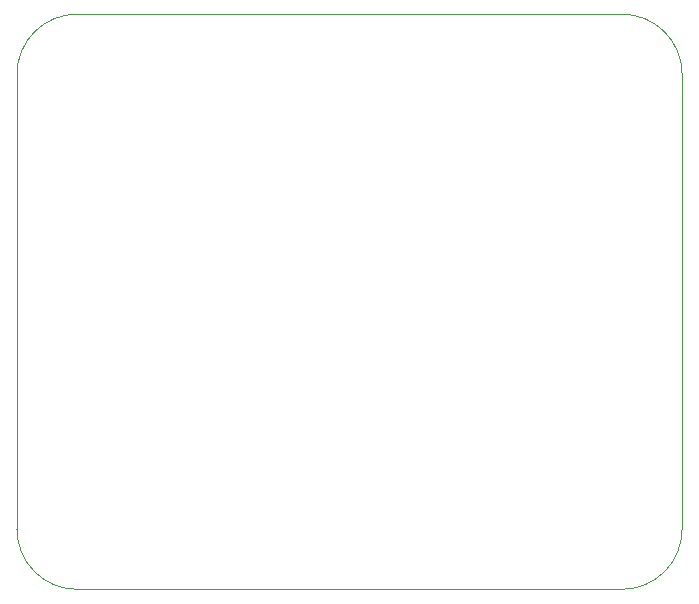
<source format=gbr>
%TF.GenerationSoftware,KiCad,Pcbnew,9.0.1*%
%TF.CreationDate,2025-11-22T15:28:51+03:00*%
%TF.ProjectId,MCU Datalogger wirh 512KB EEPROM,4d435520-4461-4746-916c-6f6767657220,1*%
%TF.SameCoordinates,Original*%
%TF.FileFunction,Profile,NP*%
%FSLAX46Y46*%
G04 Gerber Fmt 4.6, Leading zero omitted, Abs format (unit mm)*
G04 Created by KiCad (PCBNEW 9.0.1) date 2025-11-22 15:28:51*
%MOMM*%
%LPD*%
G01*
G04 APERTURE LIST*
%TA.AperFunction,Profile*%
%ADD10C,0.050000*%
%TD*%
G04 APERTURE END LIST*
D10*
X112812102Y-123407898D02*
X158967900Y-123407898D01*
X158967900Y-74712102D02*
X112812102Y-74712103D01*
X164047898Y-118327898D02*
X164047897Y-79792102D01*
X107732102Y-79792102D02*
G75*
G02*
X112812102Y-74712102I5079998J2D01*
G01*
X107732103Y-79792102D02*
X107732103Y-118327898D01*
X158967898Y-74712102D02*
G75*
G02*
X164047898Y-79792102I2J-5079998D01*
G01*
X164047898Y-118327898D02*
G75*
G02*
X158967898Y-123407898I-5079998J-2D01*
G01*
X112812102Y-123407898D02*
G75*
G02*
X107732102Y-118327898I-2J5079998D01*
G01*
M02*

</source>
